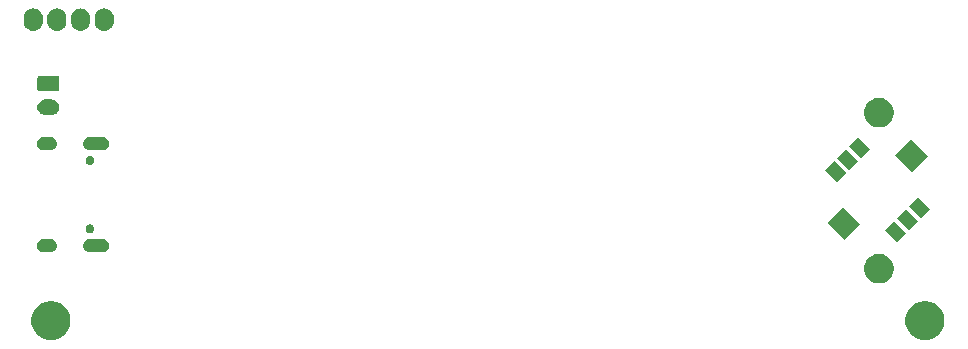
<source format=gbr>
G04 #@! TF.GenerationSoftware,KiCad,Pcbnew,(5.1.2)-1*
G04 #@! TF.CreationDate,2024-09-22T12:57:02+09:00*
G04 #@! TF.ProjectId,pc,70632e6b-6963-4616-945f-706362585858,v1.1*
G04 #@! TF.SameCoordinates,Original*
G04 #@! TF.FileFunction,Soldermask,Top*
G04 #@! TF.FilePolarity,Negative*
%FSLAX46Y46*%
G04 Gerber Fmt 4.6, Leading zero omitted, Abs format (unit mm)*
G04 Created by KiCad (PCBNEW (5.1.2)-1) date 2024-09-22 12:57:02*
%MOMM*%
%LPD*%
G04 APERTURE LIST*
%ADD10C,0.100000*%
G04 APERTURE END LIST*
D10*
G36*
X182375256Y-135391298D02*
G01*
X182481579Y-135412447D01*
X182782042Y-135536903D01*
X183052451Y-135717585D01*
X183282415Y-135947549D01*
X183463097Y-136217958D01*
X183587553Y-136518421D01*
X183651000Y-136837391D01*
X183651000Y-137162609D01*
X183587553Y-137481579D01*
X183463097Y-137782042D01*
X183282415Y-138052451D01*
X183052451Y-138282415D01*
X182782042Y-138463097D01*
X182481579Y-138587553D01*
X182375256Y-138608702D01*
X182162611Y-138651000D01*
X181837389Y-138651000D01*
X181624744Y-138608702D01*
X181518421Y-138587553D01*
X181217958Y-138463097D01*
X180947549Y-138282415D01*
X180717585Y-138052451D01*
X180536903Y-137782042D01*
X180412447Y-137481579D01*
X180349000Y-137162609D01*
X180349000Y-136837391D01*
X180412447Y-136518421D01*
X180536903Y-136217958D01*
X180717585Y-135947549D01*
X180947549Y-135717585D01*
X181217958Y-135536903D01*
X181518421Y-135412447D01*
X181624744Y-135391298D01*
X181837389Y-135349000D01*
X182162611Y-135349000D01*
X182375256Y-135391298D01*
X182375256Y-135391298D01*
G37*
G36*
X108375256Y-135391298D02*
G01*
X108481579Y-135412447D01*
X108782042Y-135536903D01*
X109052451Y-135717585D01*
X109282415Y-135947549D01*
X109463097Y-136217958D01*
X109587553Y-136518421D01*
X109651000Y-136837391D01*
X109651000Y-137162609D01*
X109587553Y-137481579D01*
X109463097Y-137782042D01*
X109282415Y-138052451D01*
X109052451Y-138282415D01*
X108782042Y-138463097D01*
X108481579Y-138587553D01*
X108375256Y-138608702D01*
X108162611Y-138651000D01*
X107837389Y-138651000D01*
X107624744Y-138608702D01*
X107518421Y-138587553D01*
X107217958Y-138463097D01*
X106947549Y-138282415D01*
X106717585Y-138052451D01*
X106536903Y-137782042D01*
X106412447Y-137481579D01*
X106349000Y-137162609D01*
X106349000Y-136837391D01*
X106412447Y-136518421D01*
X106536903Y-136217958D01*
X106717585Y-135947549D01*
X106947549Y-135717585D01*
X107217958Y-135536903D01*
X107518421Y-135412447D01*
X107624744Y-135391298D01*
X107837389Y-135349000D01*
X108162611Y-135349000D01*
X108375256Y-135391298D01*
X108375256Y-135391298D01*
G37*
G36*
X178464903Y-131397075D02*
G01*
X178692571Y-131491378D01*
X178897466Y-131628285D01*
X179071715Y-131802534D01*
X179208622Y-132007429D01*
X179302925Y-132235097D01*
X179351000Y-132476787D01*
X179351000Y-132723213D01*
X179302925Y-132964903D01*
X179208622Y-133192571D01*
X179071715Y-133397466D01*
X178897466Y-133571715D01*
X178692571Y-133708622D01*
X178692570Y-133708623D01*
X178692569Y-133708623D01*
X178464903Y-133802925D01*
X178223214Y-133851000D01*
X177976786Y-133851000D01*
X177735097Y-133802925D01*
X177507431Y-133708623D01*
X177507430Y-133708623D01*
X177507429Y-133708622D01*
X177302534Y-133571715D01*
X177128285Y-133397466D01*
X176991378Y-133192571D01*
X176897075Y-132964903D01*
X176849000Y-132723213D01*
X176849000Y-132476787D01*
X176897075Y-132235097D01*
X176991378Y-132007429D01*
X177128285Y-131802534D01*
X177302534Y-131628285D01*
X177507429Y-131491378D01*
X177735097Y-131397075D01*
X177976786Y-131349000D01*
X178223214Y-131349000D01*
X178464903Y-131397075D01*
X178464903Y-131397075D01*
G37*
G36*
X108058015Y-130101973D02*
G01*
X108161879Y-130133479D01*
X108189055Y-130148005D01*
X108257600Y-130184643D01*
X108341501Y-130253499D01*
X108410357Y-130337400D01*
X108446995Y-130405945D01*
X108461521Y-130433121D01*
X108493027Y-130536985D01*
X108503666Y-130645000D01*
X108493027Y-130753015D01*
X108461521Y-130856879D01*
X108461519Y-130856882D01*
X108410357Y-130952600D01*
X108341501Y-131036501D01*
X108257600Y-131105357D01*
X108189055Y-131141995D01*
X108161879Y-131156521D01*
X108058015Y-131188027D01*
X107977067Y-131196000D01*
X107322933Y-131196000D01*
X107241985Y-131188027D01*
X107138121Y-131156521D01*
X107110945Y-131141995D01*
X107042400Y-131105357D01*
X106958499Y-131036501D01*
X106889643Y-130952600D01*
X106838481Y-130856882D01*
X106838479Y-130856879D01*
X106806973Y-130753015D01*
X106796334Y-130645000D01*
X106806973Y-130536985D01*
X106838479Y-130433121D01*
X106853005Y-130405945D01*
X106889643Y-130337400D01*
X106958499Y-130253499D01*
X107042400Y-130184643D01*
X107110945Y-130148005D01*
X107138121Y-130133479D01*
X107241985Y-130101973D01*
X107322933Y-130094000D01*
X107977067Y-130094000D01*
X108058015Y-130101973D01*
X108058015Y-130101973D01*
G37*
G36*
X112488015Y-130101973D02*
G01*
X112591879Y-130133479D01*
X112619055Y-130148005D01*
X112687600Y-130184643D01*
X112771501Y-130253499D01*
X112840357Y-130337400D01*
X112876995Y-130405945D01*
X112891521Y-130433121D01*
X112923027Y-130536985D01*
X112933666Y-130645000D01*
X112923027Y-130753015D01*
X112891521Y-130856879D01*
X112891519Y-130856882D01*
X112840357Y-130952600D01*
X112771501Y-131036501D01*
X112687600Y-131105357D01*
X112619055Y-131141995D01*
X112591879Y-131156521D01*
X112488015Y-131188027D01*
X112407067Y-131196000D01*
X111252933Y-131196000D01*
X111171985Y-131188027D01*
X111068121Y-131156521D01*
X111040945Y-131141995D01*
X110972400Y-131105357D01*
X110888499Y-131036501D01*
X110819643Y-130952600D01*
X110768481Y-130856882D01*
X110768479Y-130856879D01*
X110736973Y-130753015D01*
X110726334Y-130645000D01*
X110736973Y-130536985D01*
X110768479Y-130433121D01*
X110783005Y-130405945D01*
X110819643Y-130337400D01*
X110888499Y-130253499D01*
X110972400Y-130184643D01*
X111040945Y-130148005D01*
X111068121Y-130133479D01*
X111171985Y-130101973D01*
X111252933Y-130094000D01*
X112407067Y-130094000D01*
X112488015Y-130101973D01*
X112488015Y-130101973D01*
G37*
G36*
X180391578Y-129551600D02*
G01*
X179612346Y-130330832D01*
X178620982Y-129339468D01*
X179400214Y-128560236D01*
X180391578Y-129551600D01*
X180391578Y-129551600D01*
G37*
G36*
X176537846Y-128844493D02*
G01*
X175192929Y-130189410D01*
X173706590Y-128703071D01*
X175051507Y-127358154D01*
X176537846Y-128844493D01*
X176537846Y-128844493D01*
G37*
G36*
X111409672Y-128853449D02*
G01*
X111409674Y-128853450D01*
X111409675Y-128853450D01*
X111478103Y-128881793D01*
X111539686Y-128922942D01*
X111592058Y-128975314D01*
X111633207Y-129036897D01*
X111661550Y-129105325D01*
X111661551Y-129105328D01*
X111676000Y-129177966D01*
X111676000Y-129252034D01*
X111661843Y-129323205D01*
X111661550Y-129324675D01*
X111633207Y-129393103D01*
X111592058Y-129454686D01*
X111539686Y-129507058D01*
X111478103Y-129548207D01*
X111409675Y-129576550D01*
X111409674Y-129576550D01*
X111409672Y-129576551D01*
X111337034Y-129591000D01*
X111262966Y-129591000D01*
X111190328Y-129576551D01*
X111190326Y-129576550D01*
X111190325Y-129576550D01*
X111121897Y-129548207D01*
X111060314Y-129507058D01*
X111007942Y-129454686D01*
X110966793Y-129393103D01*
X110938450Y-129324675D01*
X110938158Y-129323205D01*
X110924000Y-129252034D01*
X110924000Y-129177966D01*
X110938449Y-129105328D01*
X110938450Y-129105325D01*
X110966793Y-129036897D01*
X111007942Y-128975314D01*
X111060314Y-128922942D01*
X111121897Y-128881793D01*
X111190325Y-128853450D01*
X111190326Y-128853450D01*
X111190328Y-128853449D01*
X111262966Y-128839000D01*
X111337034Y-128839000D01*
X111409672Y-128853449D01*
X111409672Y-128853449D01*
G37*
G36*
X181399205Y-128543973D02*
G01*
X180619973Y-129323205D01*
X179628609Y-128331841D01*
X180407841Y-127552609D01*
X181399205Y-128543973D01*
X181399205Y-128543973D01*
G37*
G36*
X182406832Y-127536346D02*
G01*
X181627600Y-128315578D01*
X180636236Y-127324214D01*
X181415468Y-126544982D01*
X182406832Y-127536346D01*
X182406832Y-127536346D01*
G37*
G36*
X175335764Y-124495786D02*
G01*
X174556532Y-125275018D01*
X173565168Y-124283654D01*
X174344400Y-123504422D01*
X175335764Y-124495786D01*
X175335764Y-124495786D01*
G37*
G36*
X182265410Y-123116929D02*
G01*
X180920493Y-124461846D01*
X179434154Y-122975507D01*
X180779071Y-121630590D01*
X182265410Y-123116929D01*
X182265410Y-123116929D01*
G37*
G36*
X176343391Y-123488159D02*
G01*
X175564159Y-124267391D01*
X174572795Y-123276027D01*
X175352027Y-122496795D01*
X176343391Y-123488159D01*
X176343391Y-123488159D01*
G37*
G36*
X111409672Y-123073449D02*
G01*
X111409674Y-123073450D01*
X111409675Y-123073450D01*
X111478103Y-123101793D01*
X111539686Y-123142942D01*
X111592058Y-123195314D01*
X111633207Y-123256897D01*
X111661550Y-123325325D01*
X111676000Y-123397967D01*
X111676000Y-123472033D01*
X111661550Y-123544675D01*
X111633207Y-123613103D01*
X111592058Y-123674686D01*
X111539686Y-123727058D01*
X111478103Y-123768207D01*
X111409675Y-123796550D01*
X111409674Y-123796550D01*
X111409672Y-123796551D01*
X111337034Y-123811000D01*
X111262966Y-123811000D01*
X111190328Y-123796551D01*
X111190326Y-123796550D01*
X111190325Y-123796550D01*
X111121897Y-123768207D01*
X111060314Y-123727058D01*
X111007942Y-123674686D01*
X110966793Y-123613103D01*
X110938450Y-123544675D01*
X110924000Y-123472033D01*
X110924000Y-123397967D01*
X110938450Y-123325325D01*
X110966793Y-123256897D01*
X111007942Y-123195314D01*
X111060314Y-123142942D01*
X111121897Y-123101793D01*
X111190325Y-123073450D01*
X111190326Y-123073450D01*
X111190328Y-123073449D01*
X111262966Y-123059000D01*
X111337034Y-123059000D01*
X111409672Y-123073449D01*
X111409672Y-123073449D01*
G37*
G36*
X177351018Y-122480532D02*
G01*
X176571786Y-123259764D01*
X175580422Y-122268400D01*
X176359654Y-121489168D01*
X177351018Y-122480532D01*
X177351018Y-122480532D01*
G37*
G36*
X112488015Y-121461973D02*
G01*
X112591879Y-121493479D01*
X112619055Y-121508005D01*
X112687600Y-121544643D01*
X112771501Y-121613499D01*
X112840357Y-121697400D01*
X112876995Y-121765945D01*
X112891521Y-121793121D01*
X112923027Y-121896985D01*
X112933666Y-122005000D01*
X112923027Y-122113015D01*
X112891521Y-122216879D01*
X112891519Y-122216882D01*
X112840357Y-122312600D01*
X112771501Y-122396501D01*
X112687600Y-122465357D01*
X112628783Y-122496795D01*
X112591879Y-122516521D01*
X112488015Y-122548027D01*
X112407067Y-122556000D01*
X111252933Y-122556000D01*
X111171985Y-122548027D01*
X111068121Y-122516521D01*
X111031217Y-122496795D01*
X110972400Y-122465357D01*
X110888499Y-122396501D01*
X110819643Y-122312600D01*
X110768481Y-122216882D01*
X110768479Y-122216879D01*
X110736973Y-122113015D01*
X110726334Y-122005000D01*
X110736973Y-121896985D01*
X110768479Y-121793121D01*
X110783005Y-121765945D01*
X110819643Y-121697400D01*
X110888499Y-121613499D01*
X110972400Y-121544643D01*
X111040945Y-121508005D01*
X111068121Y-121493479D01*
X111171985Y-121461973D01*
X111252933Y-121454000D01*
X112407067Y-121454000D01*
X112488015Y-121461973D01*
X112488015Y-121461973D01*
G37*
G36*
X108058015Y-121461973D02*
G01*
X108161879Y-121493479D01*
X108189055Y-121508005D01*
X108257600Y-121544643D01*
X108341501Y-121613499D01*
X108410357Y-121697400D01*
X108446995Y-121765945D01*
X108461521Y-121793121D01*
X108493027Y-121896985D01*
X108503666Y-122005000D01*
X108493027Y-122113015D01*
X108461521Y-122216879D01*
X108461519Y-122216882D01*
X108410357Y-122312600D01*
X108341501Y-122396501D01*
X108257600Y-122465357D01*
X108198783Y-122496795D01*
X108161879Y-122516521D01*
X108058015Y-122548027D01*
X107977067Y-122556000D01*
X107322933Y-122556000D01*
X107241985Y-122548027D01*
X107138121Y-122516521D01*
X107101217Y-122496795D01*
X107042400Y-122465357D01*
X106958499Y-122396501D01*
X106889643Y-122312600D01*
X106838481Y-122216882D01*
X106838479Y-122216879D01*
X106806973Y-122113015D01*
X106796334Y-122005000D01*
X106806973Y-121896985D01*
X106838479Y-121793121D01*
X106853005Y-121765945D01*
X106889643Y-121697400D01*
X106958499Y-121613499D01*
X107042400Y-121544643D01*
X107110945Y-121508005D01*
X107138121Y-121493479D01*
X107241985Y-121461973D01*
X107322933Y-121454000D01*
X107977067Y-121454000D01*
X108058015Y-121461973D01*
X108058015Y-121461973D01*
G37*
G36*
X178464903Y-118197075D02*
G01*
X178692571Y-118291378D01*
X178897466Y-118428285D01*
X179071715Y-118602534D01*
X179201910Y-118797384D01*
X179208623Y-118807431D01*
X179302925Y-119035097D01*
X179351000Y-119276786D01*
X179351000Y-119523214D01*
X179349778Y-119529355D01*
X179302925Y-119764903D01*
X179208622Y-119992571D01*
X179071715Y-120197466D01*
X178897466Y-120371715D01*
X178692571Y-120508622D01*
X178692570Y-120508623D01*
X178692569Y-120508623D01*
X178464903Y-120602925D01*
X178223214Y-120651000D01*
X177976786Y-120651000D01*
X177735097Y-120602925D01*
X177507431Y-120508623D01*
X177507430Y-120508623D01*
X177507429Y-120508622D01*
X177302534Y-120371715D01*
X177128285Y-120197466D01*
X176991378Y-119992571D01*
X176897075Y-119764903D01*
X176850222Y-119529355D01*
X176849000Y-119523214D01*
X176849000Y-119276786D01*
X176897075Y-119035097D01*
X176991377Y-118807431D01*
X176998090Y-118797384D01*
X177128285Y-118602534D01*
X177302534Y-118428285D01*
X177507429Y-118291378D01*
X177735097Y-118197075D01*
X177976786Y-118149000D01*
X178223214Y-118149000D01*
X178464903Y-118197075D01*
X178464903Y-118197075D01*
G37*
G36*
X108113855Y-118277140D02*
G01*
X108177618Y-118283420D01*
X108268404Y-118310960D01*
X108300336Y-118320646D01*
X108413425Y-118381094D01*
X108512554Y-118462446D01*
X108593906Y-118561575D01*
X108654354Y-118674664D01*
X108654355Y-118674668D01*
X108691580Y-118797382D01*
X108704149Y-118925000D01*
X108691580Y-119052618D01*
X108664040Y-119143404D01*
X108654354Y-119175336D01*
X108593906Y-119288425D01*
X108512554Y-119387554D01*
X108413425Y-119468906D01*
X108300336Y-119529354D01*
X108268404Y-119539040D01*
X108177618Y-119566580D01*
X108113855Y-119572860D01*
X108081974Y-119576000D01*
X107468026Y-119576000D01*
X107436145Y-119572860D01*
X107372382Y-119566580D01*
X107281596Y-119539040D01*
X107249664Y-119529354D01*
X107136575Y-119468906D01*
X107037446Y-119387554D01*
X106956094Y-119288425D01*
X106895646Y-119175336D01*
X106885960Y-119143404D01*
X106858420Y-119052618D01*
X106845851Y-118925000D01*
X106858420Y-118797382D01*
X106895645Y-118674668D01*
X106895646Y-118674664D01*
X106956094Y-118561575D01*
X107037446Y-118462446D01*
X107136575Y-118381094D01*
X107249664Y-118320646D01*
X107281596Y-118310960D01*
X107372382Y-118283420D01*
X107436145Y-118277140D01*
X107468026Y-118274000D01*
X108081974Y-118274000D01*
X108113855Y-118277140D01*
X108113855Y-118277140D01*
G37*
G36*
X108541242Y-116278404D02*
G01*
X108578337Y-116289657D01*
X108612515Y-116307925D01*
X108642481Y-116332519D01*
X108667075Y-116362485D01*
X108685343Y-116396663D01*
X108696596Y-116433758D01*
X108701000Y-116478474D01*
X108701000Y-117371526D01*
X108696596Y-117416242D01*
X108685343Y-117453337D01*
X108667075Y-117487515D01*
X108642481Y-117517481D01*
X108612515Y-117542075D01*
X108578337Y-117560343D01*
X108541242Y-117571596D01*
X108496526Y-117576000D01*
X107053474Y-117576000D01*
X107008758Y-117571596D01*
X106971663Y-117560343D01*
X106937485Y-117542075D01*
X106907519Y-117517481D01*
X106882925Y-117487515D01*
X106864657Y-117453337D01*
X106853404Y-117416242D01*
X106849000Y-117371526D01*
X106849000Y-116478474D01*
X106853404Y-116433758D01*
X106864657Y-116396663D01*
X106882925Y-116362485D01*
X106907519Y-116332519D01*
X106937485Y-116307925D01*
X106971663Y-116289657D01*
X107008758Y-116278404D01*
X107053474Y-116274000D01*
X108496526Y-116274000D01*
X108541242Y-116278404D01*
X108541242Y-116278404D01*
G37*
G36*
X112659376Y-110585764D02*
G01*
X112812627Y-110632252D01*
X112812630Y-110632253D01*
X112953863Y-110707744D01*
X113077659Y-110809341D01*
X113179256Y-110933137D01*
X113254747Y-111074370D01*
X113254748Y-111074373D01*
X113301236Y-111227625D01*
X113313000Y-111347068D01*
X113313000Y-111702933D01*
X113301236Y-111822376D01*
X113254748Y-111975626D01*
X113254747Y-111975630D01*
X113179256Y-112116863D01*
X113077659Y-112240659D01*
X112953863Y-112342256D01*
X112812629Y-112417747D01*
X112812626Y-112417748D01*
X112659375Y-112464236D01*
X112500000Y-112479933D01*
X112340624Y-112464236D01*
X112187373Y-112417748D01*
X112187370Y-112417747D01*
X112046137Y-112342256D01*
X111922341Y-112240659D01*
X111820744Y-112116863D01*
X111745253Y-111975629D01*
X111745252Y-111975626D01*
X111698764Y-111822375D01*
X111687000Y-111702932D01*
X111687000Y-111347067D01*
X111698764Y-111227624D01*
X111745252Y-111074373D01*
X111745253Y-111074370D01*
X111820744Y-110933137D01*
X111922341Y-110809341D01*
X112046137Y-110707744D01*
X112187371Y-110632253D01*
X112187374Y-110632252D01*
X112340625Y-110585764D01*
X112500000Y-110570067D01*
X112659376Y-110585764D01*
X112659376Y-110585764D01*
G37*
G36*
X110659376Y-110585764D02*
G01*
X110812627Y-110632252D01*
X110812630Y-110632253D01*
X110953863Y-110707744D01*
X111077659Y-110809341D01*
X111179256Y-110933137D01*
X111254747Y-111074370D01*
X111254748Y-111074373D01*
X111301236Y-111227625D01*
X111313000Y-111347068D01*
X111313000Y-111702933D01*
X111301236Y-111822376D01*
X111254748Y-111975626D01*
X111254747Y-111975630D01*
X111179256Y-112116863D01*
X111077659Y-112240659D01*
X110953863Y-112342256D01*
X110812629Y-112417747D01*
X110812626Y-112417748D01*
X110659375Y-112464236D01*
X110500000Y-112479933D01*
X110340624Y-112464236D01*
X110187373Y-112417748D01*
X110187370Y-112417747D01*
X110046137Y-112342256D01*
X109922341Y-112240659D01*
X109820744Y-112116863D01*
X109745253Y-111975629D01*
X109745252Y-111975626D01*
X109698764Y-111822375D01*
X109687000Y-111702932D01*
X109687000Y-111347067D01*
X109698764Y-111227624D01*
X109745252Y-111074373D01*
X109745253Y-111074370D01*
X109820744Y-110933137D01*
X109922341Y-110809341D01*
X110046137Y-110707744D01*
X110187371Y-110632253D01*
X110187374Y-110632252D01*
X110340625Y-110585764D01*
X110500000Y-110570067D01*
X110659376Y-110585764D01*
X110659376Y-110585764D01*
G37*
G36*
X108659376Y-110585764D02*
G01*
X108812627Y-110632252D01*
X108812630Y-110632253D01*
X108953863Y-110707744D01*
X109077659Y-110809341D01*
X109179256Y-110933137D01*
X109254747Y-111074370D01*
X109254748Y-111074373D01*
X109301236Y-111227625D01*
X109313000Y-111347068D01*
X109313000Y-111702933D01*
X109301236Y-111822376D01*
X109254748Y-111975626D01*
X109254747Y-111975630D01*
X109179256Y-112116863D01*
X109077659Y-112240659D01*
X108953863Y-112342256D01*
X108812629Y-112417747D01*
X108812626Y-112417748D01*
X108659375Y-112464236D01*
X108500000Y-112479933D01*
X108340624Y-112464236D01*
X108187373Y-112417748D01*
X108187370Y-112417747D01*
X108046137Y-112342256D01*
X107922341Y-112240659D01*
X107820744Y-112116863D01*
X107745253Y-111975629D01*
X107745252Y-111975626D01*
X107698764Y-111822375D01*
X107687000Y-111702932D01*
X107687000Y-111347067D01*
X107698764Y-111227624D01*
X107745252Y-111074373D01*
X107745253Y-111074370D01*
X107820744Y-110933137D01*
X107922341Y-110809341D01*
X108046137Y-110707744D01*
X108187371Y-110632253D01*
X108187374Y-110632252D01*
X108340625Y-110585764D01*
X108500000Y-110570067D01*
X108659376Y-110585764D01*
X108659376Y-110585764D01*
G37*
G36*
X106659376Y-110585764D02*
G01*
X106812627Y-110632252D01*
X106812630Y-110632253D01*
X106953863Y-110707744D01*
X107077659Y-110809341D01*
X107179256Y-110933137D01*
X107254747Y-111074370D01*
X107254748Y-111074373D01*
X107301236Y-111227625D01*
X107313000Y-111347068D01*
X107313000Y-111702933D01*
X107301236Y-111822376D01*
X107254748Y-111975626D01*
X107254747Y-111975630D01*
X107179256Y-112116863D01*
X107077659Y-112240659D01*
X106953863Y-112342256D01*
X106812629Y-112417747D01*
X106812626Y-112417748D01*
X106659375Y-112464236D01*
X106500000Y-112479933D01*
X106340624Y-112464236D01*
X106187373Y-112417748D01*
X106187370Y-112417747D01*
X106046137Y-112342256D01*
X105922341Y-112240659D01*
X105820744Y-112116863D01*
X105745253Y-111975629D01*
X105745252Y-111975626D01*
X105698764Y-111822375D01*
X105687000Y-111702932D01*
X105687000Y-111347067D01*
X105698764Y-111227624D01*
X105745252Y-111074373D01*
X105745253Y-111074370D01*
X105820744Y-110933137D01*
X105922341Y-110809341D01*
X106046137Y-110707744D01*
X106187371Y-110632253D01*
X106187374Y-110632252D01*
X106340625Y-110585764D01*
X106500000Y-110570067D01*
X106659376Y-110585764D01*
X106659376Y-110585764D01*
G37*
M02*

</source>
